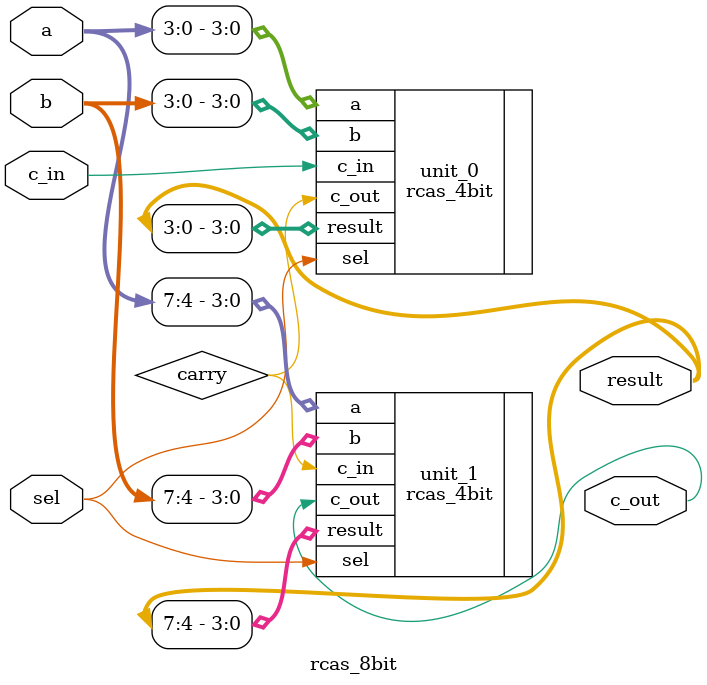
<source format=v>
module rcas_8bit(a, b, sel, result, c_in, c_out);
    input [7:0] a,b;
    input sel;
    output [7:0] result;
    input c_in;
    output c_out;

    wire carry;
    rcas_4bit unit_0(
        .a(a[3:0]),
        .b(b[3:0]),
        .sel(sel),
        .result(result[3:0]),
        .c_in(c_in),
        .c_out(carry)
    );

    rcas_4bit unit_1(
        .a(a[7:4]),
        .b(b[7:4]),
        .sel(sel),
        .result(result[7:4]),
        .c_in(carry),
        .c_out(c_out)
    );
endmodule
</source>
